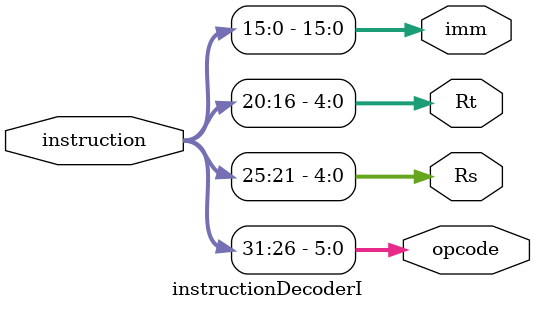
<source format=v>

module instructionDecoderI (
	input[31:0] instruction,
	output[5:0] opcode,
	output[4:0] Rs,
	output[4:0] Rt,
	output[15:0] imm
);
	// I-type
	assign opcode = instruction[31:26];
	assign Rs = instruction[25:21];
	assign Rt = instruction[20:16];
	assign imm = instruction[15:0];

endmodule

</source>
